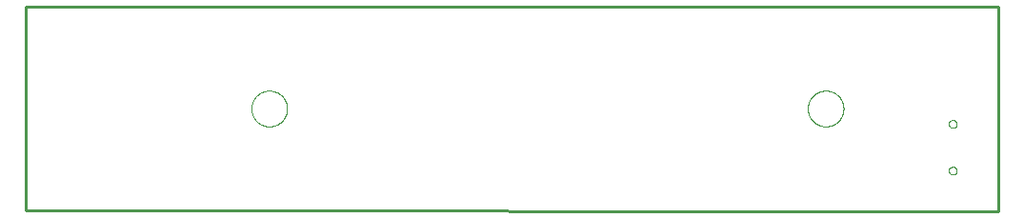
<source format=gbr>
G04 EAGLE Gerber X2 export*
%TF.Part,Single*%
%TF.FileFunction,Profile,NP*%
%TF.FilePolarity,Positive*%
%TF.GenerationSoftware,Autodesk,EAGLE,8.7.0*%
%TF.CreationDate,2018-03-08T03:12:48Z*%
G75*
%MOMM*%
%FSLAX34Y34*%
%LPD*%
%AMOC8*
5,1,8,0,0,1.08239X$1,22.5*%
G01*
%ADD10C,0.000000*%
%ADD11C,0.254000*%


D10*
X-508Y179832D02*
X863600Y179832D01*
X863600Y-2540D01*
X-508Y-2032D01*
X-508Y179832D01*
X200025Y88900D02*
X200030Y89290D01*
X200044Y89679D01*
X200068Y90068D01*
X200101Y90456D01*
X200144Y90843D01*
X200197Y91229D01*
X200259Y91614D01*
X200330Y91997D01*
X200411Y92378D01*
X200501Y92757D01*
X200600Y93134D01*
X200709Y93508D01*
X200826Y93880D01*
X200953Y94248D01*
X201089Y94613D01*
X201233Y94975D01*
X201387Y95333D01*
X201549Y95687D01*
X201720Y96038D01*
X201899Y96383D01*
X202087Y96725D01*
X202284Y97061D01*
X202488Y97393D01*
X202700Y97720D01*
X202921Y98041D01*
X203149Y98357D01*
X203385Y98667D01*
X203628Y98971D01*
X203879Y99269D01*
X204137Y99561D01*
X204403Y99846D01*
X204675Y100125D01*
X204954Y100397D01*
X205239Y100663D01*
X205531Y100921D01*
X205829Y101172D01*
X206133Y101415D01*
X206443Y101651D01*
X206759Y101879D01*
X207080Y102100D01*
X207407Y102312D01*
X207739Y102516D01*
X208075Y102713D01*
X208417Y102901D01*
X208762Y103080D01*
X209113Y103251D01*
X209467Y103413D01*
X209825Y103567D01*
X210187Y103711D01*
X210552Y103847D01*
X210920Y103974D01*
X211292Y104091D01*
X211666Y104200D01*
X212043Y104299D01*
X212422Y104389D01*
X212803Y104470D01*
X213186Y104541D01*
X213571Y104603D01*
X213957Y104656D01*
X214344Y104699D01*
X214732Y104732D01*
X215121Y104756D01*
X215510Y104770D01*
X215900Y104775D01*
X216290Y104770D01*
X216679Y104756D01*
X217068Y104732D01*
X217456Y104699D01*
X217843Y104656D01*
X218229Y104603D01*
X218614Y104541D01*
X218997Y104470D01*
X219378Y104389D01*
X219757Y104299D01*
X220134Y104200D01*
X220508Y104091D01*
X220880Y103974D01*
X221248Y103847D01*
X221613Y103711D01*
X221975Y103567D01*
X222333Y103413D01*
X222687Y103251D01*
X223038Y103080D01*
X223383Y102901D01*
X223725Y102713D01*
X224061Y102516D01*
X224393Y102312D01*
X224720Y102100D01*
X225041Y101879D01*
X225357Y101651D01*
X225667Y101415D01*
X225971Y101172D01*
X226269Y100921D01*
X226561Y100663D01*
X226846Y100397D01*
X227125Y100125D01*
X227397Y99846D01*
X227663Y99561D01*
X227921Y99269D01*
X228172Y98971D01*
X228415Y98667D01*
X228651Y98357D01*
X228879Y98041D01*
X229100Y97720D01*
X229312Y97393D01*
X229516Y97061D01*
X229713Y96725D01*
X229901Y96383D01*
X230080Y96038D01*
X230251Y95687D01*
X230413Y95333D01*
X230567Y94975D01*
X230711Y94613D01*
X230847Y94248D01*
X230974Y93880D01*
X231091Y93508D01*
X231200Y93134D01*
X231299Y92757D01*
X231389Y92378D01*
X231470Y91997D01*
X231541Y91614D01*
X231603Y91229D01*
X231656Y90843D01*
X231699Y90456D01*
X231732Y90068D01*
X231756Y89679D01*
X231770Y89290D01*
X231775Y88900D01*
X231770Y88510D01*
X231756Y88121D01*
X231732Y87732D01*
X231699Y87344D01*
X231656Y86957D01*
X231603Y86571D01*
X231541Y86186D01*
X231470Y85803D01*
X231389Y85422D01*
X231299Y85043D01*
X231200Y84666D01*
X231091Y84292D01*
X230974Y83920D01*
X230847Y83552D01*
X230711Y83187D01*
X230567Y82825D01*
X230413Y82467D01*
X230251Y82113D01*
X230080Y81762D01*
X229901Y81417D01*
X229713Y81075D01*
X229516Y80739D01*
X229312Y80407D01*
X229100Y80080D01*
X228879Y79759D01*
X228651Y79443D01*
X228415Y79133D01*
X228172Y78829D01*
X227921Y78531D01*
X227663Y78239D01*
X227397Y77954D01*
X227125Y77675D01*
X226846Y77403D01*
X226561Y77137D01*
X226269Y76879D01*
X225971Y76628D01*
X225667Y76385D01*
X225357Y76149D01*
X225041Y75921D01*
X224720Y75700D01*
X224393Y75488D01*
X224061Y75284D01*
X223725Y75087D01*
X223383Y74899D01*
X223038Y74720D01*
X222687Y74549D01*
X222333Y74387D01*
X221975Y74233D01*
X221613Y74089D01*
X221248Y73953D01*
X220880Y73826D01*
X220508Y73709D01*
X220134Y73600D01*
X219757Y73501D01*
X219378Y73411D01*
X218997Y73330D01*
X218614Y73259D01*
X218229Y73197D01*
X217843Y73144D01*
X217456Y73101D01*
X217068Y73068D01*
X216679Y73044D01*
X216290Y73030D01*
X215900Y73025D01*
X215510Y73030D01*
X215121Y73044D01*
X214732Y73068D01*
X214344Y73101D01*
X213957Y73144D01*
X213571Y73197D01*
X213186Y73259D01*
X212803Y73330D01*
X212422Y73411D01*
X212043Y73501D01*
X211666Y73600D01*
X211292Y73709D01*
X210920Y73826D01*
X210552Y73953D01*
X210187Y74089D01*
X209825Y74233D01*
X209467Y74387D01*
X209113Y74549D01*
X208762Y74720D01*
X208417Y74899D01*
X208075Y75087D01*
X207739Y75284D01*
X207407Y75488D01*
X207080Y75700D01*
X206759Y75921D01*
X206443Y76149D01*
X206133Y76385D01*
X205829Y76628D01*
X205531Y76879D01*
X205239Y77137D01*
X204954Y77403D01*
X204675Y77675D01*
X204403Y77954D01*
X204137Y78239D01*
X203879Y78531D01*
X203628Y78829D01*
X203385Y79133D01*
X203149Y79443D01*
X202921Y79759D01*
X202700Y80080D01*
X202488Y80407D01*
X202284Y80739D01*
X202087Y81075D01*
X201899Y81417D01*
X201720Y81762D01*
X201549Y82113D01*
X201387Y82467D01*
X201233Y82825D01*
X201089Y83187D01*
X200953Y83552D01*
X200826Y83920D01*
X200709Y84292D01*
X200600Y84666D01*
X200501Y85043D01*
X200411Y85422D01*
X200330Y85803D01*
X200259Y86186D01*
X200197Y86571D01*
X200144Y86957D01*
X200101Y87344D01*
X200068Y87732D01*
X200044Y88121D01*
X200030Y88510D01*
X200025Y88900D01*
X694563Y88900D02*
X694568Y89290D01*
X694582Y89679D01*
X694606Y90068D01*
X694639Y90456D01*
X694682Y90843D01*
X694735Y91229D01*
X694797Y91614D01*
X694868Y91997D01*
X694949Y92378D01*
X695039Y92757D01*
X695138Y93134D01*
X695247Y93508D01*
X695364Y93880D01*
X695491Y94248D01*
X695627Y94613D01*
X695771Y94975D01*
X695925Y95333D01*
X696087Y95687D01*
X696258Y96038D01*
X696437Y96383D01*
X696625Y96725D01*
X696822Y97061D01*
X697026Y97393D01*
X697238Y97720D01*
X697459Y98041D01*
X697687Y98357D01*
X697923Y98667D01*
X698166Y98971D01*
X698417Y99269D01*
X698675Y99561D01*
X698941Y99846D01*
X699213Y100125D01*
X699492Y100397D01*
X699777Y100663D01*
X700069Y100921D01*
X700367Y101172D01*
X700671Y101415D01*
X700981Y101651D01*
X701297Y101879D01*
X701618Y102100D01*
X701945Y102312D01*
X702277Y102516D01*
X702613Y102713D01*
X702955Y102901D01*
X703300Y103080D01*
X703651Y103251D01*
X704005Y103413D01*
X704363Y103567D01*
X704725Y103711D01*
X705090Y103847D01*
X705458Y103974D01*
X705830Y104091D01*
X706204Y104200D01*
X706581Y104299D01*
X706960Y104389D01*
X707341Y104470D01*
X707724Y104541D01*
X708109Y104603D01*
X708495Y104656D01*
X708882Y104699D01*
X709270Y104732D01*
X709659Y104756D01*
X710048Y104770D01*
X710438Y104775D01*
X710828Y104770D01*
X711217Y104756D01*
X711606Y104732D01*
X711994Y104699D01*
X712381Y104656D01*
X712767Y104603D01*
X713152Y104541D01*
X713535Y104470D01*
X713916Y104389D01*
X714295Y104299D01*
X714672Y104200D01*
X715046Y104091D01*
X715418Y103974D01*
X715786Y103847D01*
X716151Y103711D01*
X716513Y103567D01*
X716871Y103413D01*
X717225Y103251D01*
X717576Y103080D01*
X717921Y102901D01*
X718263Y102713D01*
X718599Y102516D01*
X718931Y102312D01*
X719258Y102100D01*
X719579Y101879D01*
X719895Y101651D01*
X720205Y101415D01*
X720509Y101172D01*
X720807Y100921D01*
X721099Y100663D01*
X721384Y100397D01*
X721663Y100125D01*
X721935Y99846D01*
X722201Y99561D01*
X722459Y99269D01*
X722710Y98971D01*
X722953Y98667D01*
X723189Y98357D01*
X723417Y98041D01*
X723638Y97720D01*
X723850Y97393D01*
X724054Y97061D01*
X724251Y96725D01*
X724439Y96383D01*
X724618Y96038D01*
X724789Y95687D01*
X724951Y95333D01*
X725105Y94975D01*
X725249Y94613D01*
X725385Y94248D01*
X725512Y93880D01*
X725629Y93508D01*
X725738Y93134D01*
X725837Y92757D01*
X725927Y92378D01*
X726008Y91997D01*
X726079Y91614D01*
X726141Y91229D01*
X726194Y90843D01*
X726237Y90456D01*
X726270Y90068D01*
X726294Y89679D01*
X726308Y89290D01*
X726313Y88900D01*
X726308Y88510D01*
X726294Y88121D01*
X726270Y87732D01*
X726237Y87344D01*
X726194Y86957D01*
X726141Y86571D01*
X726079Y86186D01*
X726008Y85803D01*
X725927Y85422D01*
X725837Y85043D01*
X725738Y84666D01*
X725629Y84292D01*
X725512Y83920D01*
X725385Y83552D01*
X725249Y83187D01*
X725105Y82825D01*
X724951Y82467D01*
X724789Y82113D01*
X724618Y81762D01*
X724439Y81417D01*
X724251Y81075D01*
X724054Y80739D01*
X723850Y80407D01*
X723638Y80080D01*
X723417Y79759D01*
X723189Y79443D01*
X722953Y79133D01*
X722710Y78829D01*
X722459Y78531D01*
X722201Y78239D01*
X721935Y77954D01*
X721663Y77675D01*
X721384Y77403D01*
X721099Y77137D01*
X720807Y76879D01*
X720509Y76628D01*
X720205Y76385D01*
X719895Y76149D01*
X719579Y75921D01*
X719258Y75700D01*
X718931Y75488D01*
X718599Y75284D01*
X718263Y75087D01*
X717921Y74899D01*
X717576Y74720D01*
X717225Y74549D01*
X716871Y74387D01*
X716513Y74233D01*
X716151Y74089D01*
X715786Y73953D01*
X715418Y73826D01*
X715046Y73709D01*
X714672Y73600D01*
X714295Y73501D01*
X713916Y73411D01*
X713535Y73330D01*
X713152Y73259D01*
X712767Y73197D01*
X712381Y73144D01*
X711994Y73101D01*
X711606Y73068D01*
X711217Y73044D01*
X710828Y73030D01*
X710438Y73025D01*
X710048Y73030D01*
X709659Y73044D01*
X709270Y73068D01*
X708882Y73101D01*
X708495Y73144D01*
X708109Y73197D01*
X707724Y73259D01*
X707341Y73330D01*
X706960Y73411D01*
X706581Y73501D01*
X706204Y73600D01*
X705830Y73709D01*
X705458Y73826D01*
X705090Y73953D01*
X704725Y74089D01*
X704363Y74233D01*
X704005Y74387D01*
X703651Y74549D01*
X703300Y74720D01*
X702955Y74899D01*
X702613Y75087D01*
X702277Y75284D01*
X701945Y75488D01*
X701618Y75700D01*
X701297Y75921D01*
X700981Y76149D01*
X700671Y76385D01*
X700367Y76628D01*
X700069Y76879D01*
X699777Y77137D01*
X699492Y77403D01*
X699213Y77675D01*
X698941Y77954D01*
X698675Y78239D01*
X698417Y78531D01*
X698166Y78829D01*
X697923Y79133D01*
X697687Y79443D01*
X697459Y79759D01*
X697238Y80080D01*
X697026Y80407D01*
X696822Y80739D01*
X696625Y81075D01*
X696437Y81417D01*
X696258Y81762D01*
X696087Y82113D01*
X695925Y82467D01*
X695771Y82825D01*
X695627Y83187D01*
X695491Y83552D01*
X695364Y83920D01*
X695247Y84292D01*
X695138Y84666D01*
X695039Y85043D01*
X694949Y85422D01*
X694868Y85803D01*
X694797Y86186D01*
X694735Y86571D01*
X694682Y86957D01*
X694639Y87344D01*
X694606Y87732D01*
X694582Y88121D01*
X694568Y88510D01*
X694563Y88900D01*
X819852Y33606D02*
X819854Y33724D01*
X819860Y33842D01*
X819870Y33960D01*
X819884Y34077D01*
X819902Y34194D01*
X819924Y34311D01*
X819949Y34426D01*
X819979Y34540D01*
X820013Y34654D01*
X820050Y34766D01*
X820091Y34877D01*
X820136Y34986D01*
X820184Y35094D01*
X820236Y35200D01*
X820292Y35305D01*
X820351Y35407D01*
X820413Y35507D01*
X820479Y35605D01*
X820548Y35701D01*
X820621Y35795D01*
X820696Y35886D01*
X820775Y35974D01*
X820856Y36060D01*
X820941Y36143D01*
X821028Y36223D01*
X821117Y36300D01*
X821210Y36374D01*
X821304Y36444D01*
X821401Y36512D01*
X821501Y36576D01*
X821602Y36637D01*
X821705Y36694D01*
X821811Y36748D01*
X821918Y36799D01*
X822026Y36845D01*
X822136Y36888D01*
X822248Y36927D01*
X822361Y36963D01*
X822475Y36994D01*
X822590Y37022D01*
X822705Y37046D01*
X822822Y37066D01*
X822939Y37082D01*
X823057Y37094D01*
X823175Y37102D01*
X823293Y37106D01*
X823411Y37106D01*
X823529Y37102D01*
X823647Y37094D01*
X823765Y37082D01*
X823882Y37066D01*
X823999Y37046D01*
X824114Y37022D01*
X824229Y36994D01*
X824343Y36963D01*
X824456Y36927D01*
X824568Y36888D01*
X824678Y36845D01*
X824786Y36799D01*
X824893Y36748D01*
X824999Y36694D01*
X825102Y36637D01*
X825203Y36576D01*
X825303Y36512D01*
X825400Y36444D01*
X825494Y36374D01*
X825587Y36300D01*
X825676Y36223D01*
X825763Y36143D01*
X825848Y36060D01*
X825929Y35974D01*
X826008Y35886D01*
X826083Y35795D01*
X826156Y35701D01*
X826225Y35605D01*
X826291Y35507D01*
X826353Y35407D01*
X826412Y35305D01*
X826468Y35200D01*
X826520Y35094D01*
X826568Y34986D01*
X826613Y34877D01*
X826654Y34766D01*
X826691Y34654D01*
X826725Y34540D01*
X826755Y34426D01*
X826780Y34311D01*
X826802Y34194D01*
X826820Y34077D01*
X826834Y33960D01*
X826844Y33842D01*
X826850Y33724D01*
X826852Y33606D01*
X826850Y33488D01*
X826844Y33370D01*
X826834Y33252D01*
X826820Y33135D01*
X826802Y33018D01*
X826780Y32901D01*
X826755Y32786D01*
X826725Y32672D01*
X826691Y32558D01*
X826654Y32446D01*
X826613Y32335D01*
X826568Y32226D01*
X826520Y32118D01*
X826468Y32012D01*
X826412Y31907D01*
X826353Y31805D01*
X826291Y31705D01*
X826225Y31607D01*
X826156Y31511D01*
X826083Y31417D01*
X826008Y31326D01*
X825929Y31238D01*
X825848Y31152D01*
X825763Y31069D01*
X825676Y30989D01*
X825587Y30912D01*
X825494Y30838D01*
X825400Y30768D01*
X825303Y30700D01*
X825203Y30636D01*
X825102Y30575D01*
X824999Y30518D01*
X824893Y30464D01*
X824786Y30413D01*
X824678Y30367D01*
X824568Y30324D01*
X824456Y30285D01*
X824343Y30249D01*
X824229Y30218D01*
X824114Y30190D01*
X823999Y30166D01*
X823882Y30146D01*
X823765Y30130D01*
X823647Y30118D01*
X823529Y30110D01*
X823411Y30106D01*
X823293Y30106D01*
X823175Y30110D01*
X823057Y30118D01*
X822939Y30130D01*
X822822Y30146D01*
X822705Y30166D01*
X822590Y30190D01*
X822475Y30218D01*
X822361Y30249D01*
X822248Y30285D01*
X822136Y30324D01*
X822026Y30367D01*
X821918Y30413D01*
X821811Y30464D01*
X821705Y30518D01*
X821602Y30575D01*
X821501Y30636D01*
X821401Y30700D01*
X821304Y30768D01*
X821210Y30838D01*
X821117Y30912D01*
X821028Y30989D01*
X820941Y31069D01*
X820856Y31152D01*
X820775Y31238D01*
X820696Y31326D01*
X820621Y31417D01*
X820548Y31511D01*
X820479Y31607D01*
X820413Y31705D01*
X820351Y31805D01*
X820292Y31907D01*
X820236Y32012D01*
X820184Y32118D01*
X820136Y32226D01*
X820091Y32335D01*
X820050Y32446D01*
X820013Y32558D01*
X819979Y32672D01*
X819949Y32786D01*
X819924Y32901D01*
X819902Y33018D01*
X819884Y33135D01*
X819870Y33252D01*
X819860Y33370D01*
X819854Y33488D01*
X819852Y33606D01*
X819852Y75106D02*
X819854Y75224D01*
X819860Y75342D01*
X819870Y75460D01*
X819884Y75577D01*
X819902Y75694D01*
X819924Y75811D01*
X819949Y75926D01*
X819979Y76040D01*
X820013Y76154D01*
X820050Y76266D01*
X820091Y76377D01*
X820136Y76486D01*
X820184Y76594D01*
X820236Y76700D01*
X820292Y76805D01*
X820351Y76907D01*
X820413Y77007D01*
X820479Y77105D01*
X820548Y77201D01*
X820621Y77295D01*
X820696Y77386D01*
X820775Y77474D01*
X820856Y77560D01*
X820941Y77643D01*
X821028Y77723D01*
X821117Y77800D01*
X821210Y77874D01*
X821304Y77944D01*
X821401Y78012D01*
X821501Y78076D01*
X821602Y78137D01*
X821705Y78194D01*
X821811Y78248D01*
X821918Y78299D01*
X822026Y78345D01*
X822136Y78388D01*
X822248Y78427D01*
X822361Y78463D01*
X822475Y78494D01*
X822590Y78522D01*
X822705Y78546D01*
X822822Y78566D01*
X822939Y78582D01*
X823057Y78594D01*
X823175Y78602D01*
X823293Y78606D01*
X823411Y78606D01*
X823529Y78602D01*
X823647Y78594D01*
X823765Y78582D01*
X823882Y78566D01*
X823999Y78546D01*
X824114Y78522D01*
X824229Y78494D01*
X824343Y78463D01*
X824456Y78427D01*
X824568Y78388D01*
X824678Y78345D01*
X824786Y78299D01*
X824893Y78248D01*
X824999Y78194D01*
X825102Y78137D01*
X825203Y78076D01*
X825303Y78012D01*
X825400Y77944D01*
X825494Y77874D01*
X825587Y77800D01*
X825676Y77723D01*
X825763Y77643D01*
X825848Y77560D01*
X825929Y77474D01*
X826008Y77386D01*
X826083Y77295D01*
X826156Y77201D01*
X826225Y77105D01*
X826291Y77007D01*
X826353Y76907D01*
X826412Y76805D01*
X826468Y76700D01*
X826520Y76594D01*
X826568Y76486D01*
X826613Y76377D01*
X826654Y76266D01*
X826691Y76154D01*
X826725Y76040D01*
X826755Y75926D01*
X826780Y75811D01*
X826802Y75694D01*
X826820Y75577D01*
X826834Y75460D01*
X826844Y75342D01*
X826850Y75224D01*
X826852Y75106D01*
X826850Y74988D01*
X826844Y74870D01*
X826834Y74752D01*
X826820Y74635D01*
X826802Y74518D01*
X826780Y74401D01*
X826755Y74286D01*
X826725Y74172D01*
X826691Y74058D01*
X826654Y73946D01*
X826613Y73835D01*
X826568Y73726D01*
X826520Y73618D01*
X826468Y73512D01*
X826412Y73407D01*
X826353Y73305D01*
X826291Y73205D01*
X826225Y73107D01*
X826156Y73011D01*
X826083Y72917D01*
X826008Y72826D01*
X825929Y72738D01*
X825848Y72652D01*
X825763Y72569D01*
X825676Y72489D01*
X825587Y72412D01*
X825494Y72338D01*
X825400Y72268D01*
X825303Y72200D01*
X825203Y72136D01*
X825102Y72075D01*
X824999Y72018D01*
X824893Y71964D01*
X824786Y71913D01*
X824678Y71867D01*
X824568Y71824D01*
X824456Y71785D01*
X824343Y71749D01*
X824229Y71718D01*
X824114Y71690D01*
X823999Y71666D01*
X823882Y71646D01*
X823765Y71630D01*
X823647Y71618D01*
X823529Y71610D01*
X823411Y71606D01*
X823293Y71606D01*
X823175Y71610D01*
X823057Y71618D01*
X822939Y71630D01*
X822822Y71646D01*
X822705Y71666D01*
X822590Y71690D01*
X822475Y71718D01*
X822361Y71749D01*
X822248Y71785D01*
X822136Y71824D01*
X822026Y71867D01*
X821918Y71913D01*
X821811Y71964D01*
X821705Y72018D01*
X821602Y72075D01*
X821501Y72136D01*
X821401Y72200D01*
X821304Y72268D01*
X821210Y72338D01*
X821117Y72412D01*
X821028Y72489D01*
X820941Y72569D01*
X820856Y72652D01*
X820775Y72738D01*
X820696Y72826D01*
X820621Y72917D01*
X820548Y73011D01*
X820479Y73107D01*
X820413Y73205D01*
X820351Y73305D01*
X820292Y73407D01*
X820236Y73512D01*
X820184Y73618D01*
X820136Y73726D01*
X820091Y73835D01*
X820050Y73946D01*
X820013Y74058D01*
X819979Y74172D01*
X819949Y74286D01*
X819924Y74401D01*
X819902Y74518D01*
X819884Y74635D01*
X819870Y74752D01*
X819860Y74870D01*
X819854Y74988D01*
X819852Y75106D01*
D11*
X-508Y-2032D02*
X863600Y-2540D01*
X863600Y179832D01*
X-508Y179832D01*
X-508Y-2032D01*
M02*

</source>
